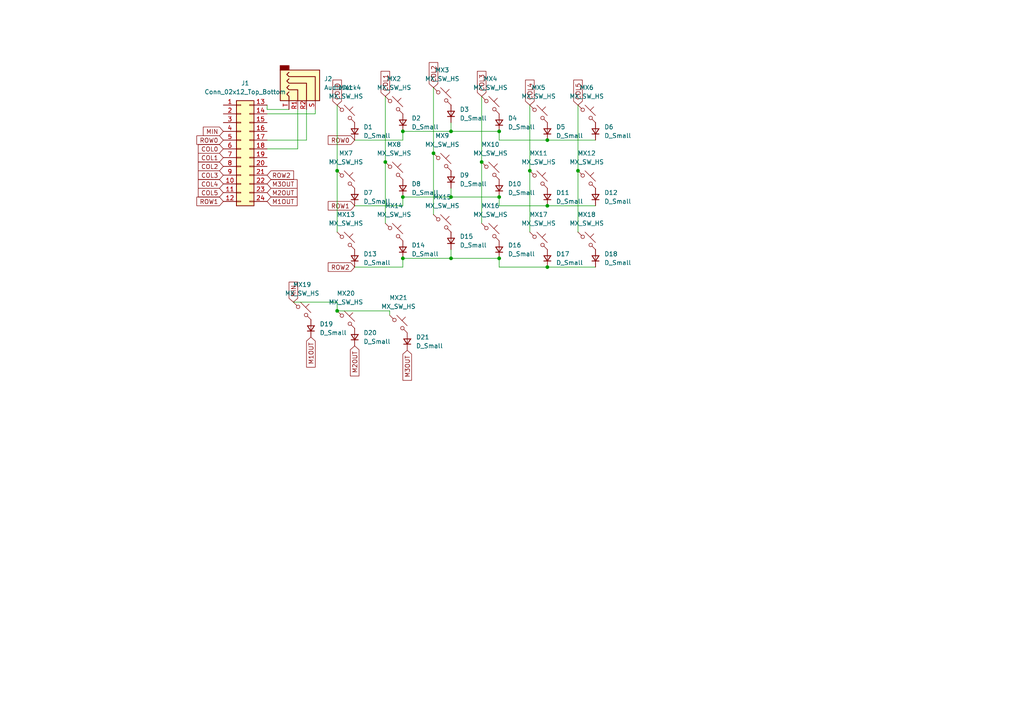
<source format=kicad_sch>
(kicad_sch (version 20231120) (generator "eeschema") (generator_version "8.0")
  (paper "A4")
  (lib_symbols
    (symbol "Connector_Audio:AudioJack4"
      (property "Reference" "J" (at 0 8.89 0))
      (property "Value" "AudioJack4" (at 0 6.35 0))
      (symbol "AudioJack4_0_1"
        (rectangle (start -6.35 -5.08) (end -7.62 -7.62) (stroke (width 0.254)) (fill (type outline)))
        (polyline (pts (xy 0 -5.08) (xy 0.635 -5.715) (xy 1.27 -5.08) (xy 2.54 -5.08)) (stroke (width 0.254)))
        (polyline (pts (xy -5.715 -5.08) (xy -5.08 -5.715) (xy -4.445 -5.08) (xy -4.445 2.54) (xy 2.54 2.54)) (stroke (width 0.254)))
        (polyline (pts (xy -1.905 -5.08) (xy -1.27 -5.715) (xy -0.635 -5.08) (xy -0.635 -2.54) (xy 2.54 -2.54)) (stroke (width 0.254)))
        (polyline (pts (xy 2.54 0) (xy -2.54 0) (xy -2.54 -5.08) (xy -3.175 -5.715) (xy -3.81 -5.08)) (stroke (width 0.254)))
        (rectangle (start 2.54 3.81) (end -6.35 -7.62) (stroke (width 0.254)) (fill (type background)))
      )
      (symbol "AudioJack4_1_1"
        (pin passive line (at 5.08 -2.54 180) (length 2.54) (name "~") (number "R1"))
        (pin passive line (at 5.08 0 180) (length 2.54) (name "~") (number "R2"))
        (pin passive line (at 5.08 2.54 180) (length 2.54) (name "~") (number "S"))
        (pin passive line (at 5.08 -5.08 180) (length 2.54) (name "~") (number "T"))
      )
    )
    (symbol "Connector_Generic:Conn_02x12_Top_Bottom" (pin_names (offset 1.016) hide)
      (property "Reference" "J" (at 1.27 15.24 0))
      (property "Value" "Conn_02x12_Top_Bottom" (at 1.27 -17.78 0))
      (symbol "Conn_02x12_Top_Bottom_1_1"
        (rectangle (start -1.27 -15.113) (end 0 -15.367) (stroke (width 0.1524)))
        (rectangle (start -1.27 -12.573) (end 0 -12.827) (stroke (width 0.1524)))
        (rectangle (start -1.27 -10.033) (end 0 -10.287) (stroke (width 0.1524)))
        (rectangle (start -1.27 -7.493) (end 0 -7.747) (stroke (width 0.1524)))
        (rectangle (start -1.27 -4.953) (end 0 -5.207) (stroke (width 0.1524)))
        (rectangle (start -1.27 -2.413) (end 0 -2.667) (stroke (width 0.1524)))
        (rectangle (start -1.27 0.127) (end 0 -0.127) (stroke (width 0.1524)))
        (rectangle (start -1.27 2.667) (end 0 2.413) (stroke (width 0.1524)))
        (rectangle (start -1.27 5.207) (end 0 4.953) (stroke (width 0.1524)))
        (rectangle (start -1.27 7.747) (end 0 7.493) (stroke (width 0.1524)))
        (rectangle (start -1.27 10.287) (end 0 10.033) (stroke (width 0.1524)))
        (rectangle (start -1.27 12.827) (end 0 12.573) (stroke (width 0.1524)))
        (rectangle (start -1.27 13.97) (end 3.81 -16.51) (stroke (width 0.254)) (fill (type background)))
        (rectangle (start 3.81 -15.113) (end 2.54 -15.367) (stroke (width 0.1524)))
        (rectangle (start 3.81 -12.573) (end 2.54 -12.827) (stroke (width 0.1524)))
        (rectangle (start 3.81 -10.033) (end 2.54 -10.287) (stroke (width 0.1524)))
        (rectangle (start 3.81 -7.493) (end 2.54 -7.747) (stroke (width 0.1524)))
        (rectangle (start 3.81 -4.953) (end 2.54 -5.207) (stroke (width 0.1524)))
        (rectangle (start 3.81 -2.413) (end 2.54 -2.667) (stroke (width 0.1524)))
        (rectangle (start 3.81 0.127) (end 2.54 -0.127) (stroke (width 0.1524)))
        (rectangle (start 3.81 2.667) (end 2.54 2.413) (stroke (width 0.1524)))
        (rectangle (start 3.81 5.207) (end 2.54 4.953) (stroke (width 0.1524)))
        (rectangle (start 3.81 7.747) (end 2.54 7.493) (stroke (width 0.1524)))
        (rectangle (start 3.81 10.287) (end 2.54 10.033) (stroke (width 0.1524)))
        (rectangle (start 3.81 12.827) (end 2.54 12.573) (stroke (width 0.1524)))
        (pin passive line (at -5.08 12.7 0) (length 3.81) (name "Pin_1") (number "1"))
        (pin passive line (at -5.08 -10.16 0) (length 3.81) (name "Pin_10") (number "10"))
        (pin passive line (at -5.08 -12.7 0) (length 3.81) (name "Pin_11") (number "11"))
        (pin passive line (at -5.08 -15.24 0) (length 3.81) (name "Pin_12") (number "12"))
        (pin passive line (at 7.62 12.7 180) (length 3.81) (name "Pin_13") (number "13"))
        (pin passive line (at 7.62 10.16 180) (length 3.81) (name "Pin_14") (number "14"))
        (pin passive line (at 7.62 7.62 180) (length 3.81) (name "Pin_15") (number "15"))
        (pin passive line (at 7.62 5.08 180) (length 3.81) (name "Pin_16") (number "16"))
        (pin passive line (at 7.62 2.54 180) (length 3.81) (name "Pin_17") (number "17"))
        (pin passive line (at 7.62 0 180) (length 3.81) (name "Pin_18") (number "18"))
        (pin passive line (at 7.62 -2.54 180) (length 3.81) (name "Pin_19") (number "19"))
        (pin passive line (at -5.08 10.16 0) (length 3.81) (name "Pin_2") (number "2"))
        (pin passive line (at 7.62 -5.08 180) (length 3.81) (name "Pin_20") (number "20"))
        (pin passive line (at 7.62 -7.62 180) (length 3.81) (name "Pin_21") (number "21"))
        (pin passive line (at 7.62 -10.16 180) (length 3.81) (name "Pin_22") (number "22"))
        (pin passive line (at 7.62 -12.7 180) (length 3.81) (name "Pin_23") (number "23"))
        (pin passive line (at 7.62 -15.24 180) (length 3.81) (name "Pin_24") (number "24"))
        (pin passive line (at -5.08 7.62 0) (length 3.81) (name "Pin_3") (number "3"))
        (pin passive line (at -5.08 5.08 0) (length 3.81) (name "Pin_4") (number "4"))
        (pin passive line (at -5.08 2.54 0) (length 3.81) (name "Pin_5") (number "5"))
        (pin passive line (at -5.08 0 0) (length 3.81) (name "Pin_6") (number "6"))
        (pin passive line (at -5.08 -2.54 0) (length 3.81) (name "Pin_7") (number "7"))
        (pin passive line (at -5.08 -5.08 0) (length 3.81) (name "Pin_8") (number "8"))
        (pin passive line (at -5.08 -7.62 0) (length 3.81) (name "Pin_9") (number "9"))
      )
    )
    (symbol "Device:D_Small" (pin_numbers hide) (pin_names (offset 0.254) hide)
      (property "Reference" "D" (at -1.27 2.032 0))
      (property "Value" "D_Small" (at -3.81 -2.032 0))
      (symbol "D_Small_0_1"
        (polyline (pts (xy -0.762 -1.016) (xy -0.762 1.016)) (stroke (width 0.254)))
        (polyline (pts (xy -0.762 0) (xy 0.762 0)))
        (polyline (pts (xy 0.762 -1.016) (xy -0.762 0) (xy 0.762 1.016) (xy 0.762 -1.016)) (stroke (width 0.254)))
      )
      (symbol "D_Small_1_1"
        (pin passive line (at -2.54 0 0) (length 1.778) (name "K") (number "1"))
        (pin passive line (at 2.54 0 180) (length 1.778) (name "A") (number "2"))
      )
    )
    (symbol "PCM_marbastlib-mx:MX_SW_HS_CPG151101S11" (pin_numbers hide) (pin_names (offset 1.016) hide)
      (property "Reference" "MX" (at 3.048 1.016 0))
      (property "Value" "MX_SW_HS" (at 0 -3.81 0))
      (symbol "MX_SW_HS_CPG151101S11_0_1"
        (circle (center -1.1684 1.1684) (radius 0.508))
        (polyline (pts (xy -0.508 2.54) (xy 2.54 -0.508)))
        (polyline (pts (xy 1.016 1.016) (xy 2.032 2.032)))
        (polyline (pts (xy -2.54 2.54) (xy -1.524 1.524) (xy -1.524 1.524)))
        (polyline (pts (xy 1.524 -1.524) (xy 2.54 -2.54) (xy 2.54 -2.54) (xy 2.54 -2.54)))
        (circle (center 1.143 -1.1938) (radius 0.508))
        (pin passive line (at -2.54 2.54 0) (length 0) (name "1") (number "1"))
        (pin passive line (at 2.54 -2.54 180) (length 0) (name "2") (number "2"))
      )
    )
  )
  (junction (at 158.75 40.64))
  (junction (at 111.76 46.99))
  (junction (at 153.67 49.53))
  (junction (at 97.79 49.53))
  (junction (at 144.78 57.15))
  (junction (at 116.84 38.1))
  (junction (at 97.79 90.17))
  (junction (at 144.78 38.1))
  (junction (at 116.84 57.15))
  (junction (at 116.84 74.93))
  (junction (at 130.81 57.15))
  (junction (at 139.7 46.99))
  (junction (at 158.75 77.47))
  (junction (at 167.64 49.53))
  (junction (at 125.73 44.45))
  (junction (at 130.81 74.93))
  (junction (at 130.81 38.1))
  (junction (at 158.75 59.69))
  (junction (at 144.78 74.93))
  (wire (pts (xy 97.79 30.48) (xy 97.79 49.53)))
  (wire (pts (xy 116.84 38.1) (xy 116.84 40.64)))
  (wire (pts (xy 158.75 77.47) (xy 144.78 77.47)))
  (wire (pts (xy 88.9 31.75) (xy 88.9 40.64)))
  (wire (pts (xy 77.47 31.75) (xy 77.47 30.48)))
  (wire (pts (xy 116.84 74.93) (xy 116.84 77.47)))
  (wire (pts (xy 130.81 57.15) (xy 130.81 54.61)))
  (wire (pts (xy 116.84 57.15) (xy 130.81 57.15)))
  (wire (pts (xy 167.64 30.48) (xy 167.64 49.53)))
  (wire (pts (xy 125.73 44.45) (xy 125.73 62.23)))
  (wire (pts (xy 130.81 72.39) (xy 130.81 74.93)))
  (wire (pts (xy 139.7 27.94) (xy 139.7 46.99)))
  (wire (pts (xy 144.78 38.1) (xy 130.81 38.1)))
  (wire (pts (xy 144.78 40.64) (xy 144.78 38.1)))
  (wire (pts (xy 111.76 27.94) (xy 111.76 46.99)))
  (wire (pts (xy 97.79 49.53) (xy 97.79 67.31)))
  (wire (pts (xy 85.09 87.63) (xy 97.79 87.63)))
  (wire (pts (xy 86.36 43.18) (xy 77.47 43.18)))
  (wire (pts (xy 125.73 25.4) (xy 125.73 44.45)))
  (wire (pts (xy 144.78 57.15) (xy 130.81 57.15)))
  (wire (pts (xy 158.75 77.47) (xy 172.72 77.47)))
  (wire (pts (xy 116.84 38.1) (xy 130.81 38.1)))
  (wire (pts (xy 139.7 46.99) (xy 139.7 64.77)))
  (wire (pts (xy 102.87 59.69) (xy 116.84 59.69)))
  (wire (pts (xy 116.84 57.15) (xy 116.84 59.69)))
  (wire (pts (xy 158.75 40.64) (xy 144.78 40.64)))
  (wire (pts (xy 158.75 40.64) (xy 172.72 40.64)))
  (wire (pts (xy 158.75 59.69) (xy 172.72 59.69)))
  (wire (pts (xy 158.75 59.69) (xy 144.78 59.69)))
  (wire (pts (xy 116.84 77.47) (xy 102.87 77.47)))
  (wire (pts (xy 130.81 74.93) (xy 144.78 74.93)))
  (wire (pts (xy 97.79 87.63) (xy 97.79 90.17)))
  (wire (pts (xy 91.44 31.75) (xy 91.44 33.02)))
  (wire (pts (xy 144.78 59.69) (xy 144.78 57.15)))
  (wire (pts (xy 86.36 31.75) (xy 86.36 43.18)))
  (wire (pts (xy 111.76 46.99) (xy 111.76 64.77)))
  (wire (pts (xy 153.67 49.53) (xy 153.67 67.31)))
  (wire (pts (xy 144.78 77.47) (xy 144.78 74.93)))
  (wire (pts (xy 97.79 90.17) (xy 113.03 90.17)))
  (wire (pts (xy 113.03 90.17) (xy 113.03 91.44)))
  (wire (pts (xy 91.44 33.02) (xy 77.47 33.02)))
  (wire (pts (xy 167.64 49.53) (xy 167.64 67.31)))
  (wire (pts (xy 116.84 40.64) (xy 102.87 40.64)))
  (wire (pts (xy 83.82 31.75) (xy 77.47 31.75)))
  (wire (pts (xy 130.81 74.93) (xy 116.84 74.93)))
  (wire (pts (xy 130.81 38.1) (xy 130.81 35.56)))
  (wire (pts (xy 153.67 30.48) (xy 153.67 49.53)))
  (wire (pts (xy 88.9 40.64) (xy 77.47 40.64)))
  (global_label "ROW0" (shape input) (at 102.87 40.64 180) (property "Intersheetrefs" "${INTERSHEET_REFS}" (effects (hide yes))))
  (global_label "ROW0" (shape input) (at 64.77 40.64 180) (property "Intersheetrefs" "${INTERSHEET_REFS}" (effects (hide yes))))
  (global_label "M1OUT" (shape input) (at 77.47 58.42 0) (property "Intersheetrefs" "${INTERSHEET_REFS}" (effects (hide yes))))
  (global_label "ROW1" (shape input) (at 102.87 59.69 180) (property "Intersheetrefs" "${INTERSHEET_REFS}" (effects (hide yes))))
  (global_label "M3OUT" (shape input) (at 118.11 101.6 270) (property "Intersheetrefs" "${INTERSHEET_REFS}" (effects (hide yes))))
  (global_label "COL4" (shape input) (at 153.67 30.48 90) (property "Intersheetrefs" "${INTERSHEET_REFS}" (effects (hide yes))))
  (global_label "M2OUT" (shape input) (at 102.87 100.33 270) (property "Intersheetrefs" "${INTERSHEET_REFS}" (effects (hide yes))))
  (global_label "COL2" (shape input) (at 64.77 48.26 180) (property "Intersheetrefs" "${INTERSHEET_REFS}" (effects (hide yes))))
  (global_label "ROW2" (shape input) (at 77.47 50.8 0) (property "Intersheetrefs" "${INTERSHEET_REFS}" (effects (hide yes))))
  (global_label "COL5" (shape input) (at 167.64 30.48 90) (property "Intersheetrefs" "${INTERSHEET_REFS}" (effects (hide yes))))
  (global_label "ROW2" (shape input) (at 102.87 77.47 180) (property "Intersheetrefs" "${INTERSHEET_REFS}" (effects (hide yes))))
  (global_label "MIN" (shape input) (at 64.77 38.1 180) (property "Intersheetrefs" "${INTERSHEET_REFS}" (effects (hide yes))))
  (global_label "ROW1" (shape input) (at 64.77 58.42 180) (property "Intersheetrefs" "${INTERSHEET_REFS}" (effects (hide yes))))
  (global_label "COL1" (shape input) (at 111.76 27.94 90) (property "Intersheetrefs" "${INTERSHEET_REFS}" (effects (hide yes))))
  (global_label "MIN" (shape input) (at 85.09 87.63 90) (property "Intersheetrefs" "${INTERSHEET_REFS}" (effects (hide yes))))
  (global_label "COL0" (shape input) (at 97.79 30.48 90) (property "Intersheetrefs" "${INTERSHEET_REFS}" (effects (hide yes))))
  (global_label "COL3" (shape input) (at 139.7 27.94 90) (property "Intersheetrefs" "${INTERSHEET_REFS}" (effects (hide yes))))
  (global_label "COL5" (shape input) (at 64.77 55.88 180) (property "Intersheetrefs" "${INTERSHEET_REFS}" (effects (hide yes))))
  (global_label "M1OUT" (shape input) (at 90.17 97.79 270) (property "Intersheetrefs" "${INTERSHEET_REFS}" (effects (hide yes))))
  (global_label "COL2" (shape input) (at 125.73 25.4 90) (property "Intersheetrefs" "${INTERSHEET_REFS}" (effects (hide yes))))
  (global_label "M2OUT" (shape input) (at 77.47 55.88 0) (property "Intersheetrefs" "${INTERSHEET_REFS}" (effects (hide yes))))
  (global_label "COL3" (shape input) (at 64.77 50.8 180) (property "Intersheetrefs" "${INTERSHEET_REFS}" (effects (hide yes))))
  (global_label "COL0" (shape input) (at 64.77 43.18 180) (property "Intersheetrefs" "${INTERSHEET_REFS}" (effects (hide yes))))
  (global_label "COL1" (shape input) (at 64.77 45.72 180) (property "Intersheetrefs" "${INTERSHEET_REFS}" (effects (hide yes))))
  (global_label "M3OUT" (shape input) (at 77.47 53.34 0) (property "Intersheetrefs" "${INTERSHEET_REFS}" (effects (hide yes))))
  (global_label "COL4" (shape input) (at 64.77 53.34 180) (property "Intersheetrefs" "${INTERSHEET_REFS}" (effects (hide yes))))
  (symbol (lib_id "Device:D_Small") (at 116.84 35.56 90) (unit 1)
    (property "Reference" "D2" (at 119.38 34.2899 90) (effects (justify right)))
    (property "Value" "D_Small" (at 119.38 36.8299 90) (effects (justify right)))
    (property "Footprint" "Diode_SMD:D_SOD-123" (effects (hide yes)))
    (property "Description" "Diode, small symbol" (effects (hide yes)))
    (property "Sim.Device" "D" (effects (hide yes)))
    (property "Sim.Pins" "1=K 2=A" (effects (hide yes)))
  )
  (symbol (lib_id "Device:D_Small") (at 158.75 74.93 90) (unit 1)
    (property "Reference" "D17" (at 161.29 73.6599 90) (effects (justify right)))
    (property "Value" "D_Small" (at 161.29 76.1999 90) (effects (justify right)))
    (property "Footprint" "Diode_SMD:D_SOD-123" (effects (hide yes)))
    (property "Description" "Diode, small symbol" (effects (hide yes)))
    (property "Sim.Device" "D" (effects (hide yes)))
    (property "Sim.Pins" "1=K 2=A" (effects (hide yes)))
  )
  (symbol (lib_id "PCM_marbastlib-mx:MX_SW_HS_CPG151101S11") (at 142.24 67.31 0) (unit 1)
    (property "Reference" "MX16" (at 142.24 59.69 0))
    (property "Value" "MX_SW_HS" (at 142.24 62.23 0))
    (property "Footprint" "PCM_marbastlib-mx:SW_MX_HS_CPG151101S11_1u" (effects (hide yes)))
    (property "Description" "Push button switch, normally open, two pins, 45° tilted, Kailh CPG151101S11 for Cherry MX style switches" (effects (hide yes)))
  )
  (symbol (lib_id "PCM_marbastlib-mx:MX_SW_HS_CPG151101S11") (at 114.3 49.53 0) (unit 1)
    (property "Reference" "MX8" (at 114.3 41.91 0))
    (property "Value" "MX_SW_HS" (at 114.3 44.45 0))
    (property "Footprint" "PCM_marbastlib-mx:SW_MX_HS_CPG151101S11_1u" (effects (hide yes)))
    (property "Description" "Push button switch, normally open, two pins, 45° tilted, Kailh CPG151101S11 for Cherry MX style switches" (effects (hide yes)))
  )
  (symbol (lib_id "Device:D_Small") (at 172.72 74.93 90) (unit 1)
    (property "Reference" "D18" (at 175.26 73.6599 90) (effects (justify right)))
    (property "Value" "D_Small" (at 175.26 76.1999 90) (effects (justify right)))
    (property "Footprint" "Diode_SMD:D_SOD-123" (effects (hide yes)))
    (property "Description" "Diode, small symbol" (effects (hide yes)))
    (property "Sim.Device" "D" (effects (hide yes)))
    (property "Sim.Pins" "1=K 2=A" (effects (hide yes)))
  )
  (symbol (lib_id "PCM_marbastlib-mx:MX_SW_HS_CPG151101S11") (at 128.27 46.99 0) (unit 1)
    (property "Reference" "MX9" (at 128.27 39.37 0))
    (property "Value" "MX_SW_HS" (at 128.27 41.91 0))
    (property "Footprint" "PCM_marbastlib-mx:SW_MX_HS_CPG151101S11_1u" (effects (hide yes)))
    (property "Description" "Push button switch, normally open, two pins, 45° tilted, Kailh CPG151101S11 for Cherry MX style switches" (effects (hide yes)))
  )
  (symbol (lib_id "PCM_marbastlib-mx:MX_SW_HS_CPG151101S11") (at 100.33 69.85 0) (unit 1)
    (property "Reference" "MX13" (at 100.33 62.23 0))
    (property "Value" "MX_SW_HS" (at 100.33 64.77 0))
    (property "Footprint" "PCM_marbastlib-mx:SW_MX_HS_CPG151101S11_1u" (effects (hide yes)))
    (property "Description" "Push button switch, normally open, two pins, 45° tilted, Kailh CPG151101S11 for Cherry MX style switches" (effects (hide yes)))
  )
  (symbol (lib_id "PCM_marbastlib-mx:MX_SW_HS_CPG151101S11") (at 128.27 64.77 0) (unit 1)
    (property "Reference" "MX15" (at 128.27 57.15 0))
    (property "Value" "MX_SW_HS" (at 128.27 59.69 0))
    (property "Footprint" "PCM_marbastlib-mx:SW_MX_HS_CPG151101S11_1u" (effects (hide yes)))
    (property "Description" "Push button switch, normally open, two pins, 45° tilted, Kailh CPG151101S11 for Cherry MX style switches" (effects (hide yes)))
  )
  (symbol (lib_id "PCM_marbastlib-mx:MX_SW_HS_CPG151101S11") (at 156.21 33.02 0) (unit 1)
    (property "Reference" "MX5" (at 156.21 25.4 0))
    (property "Value" "MX_SW_HS" (at 156.21 27.94 0))
    (property "Footprint" "PCM_marbastlib-mx:SW_MX_HS_CPG151101S11_1u" (effects (hide yes)))
    (property "Description" "Push button switch, normally open, two pins, 45° tilted, Kailh CPG151101S11 for Cherry MX style switches" (effects (hide yes)))
  )
  (symbol (lib_id "Device:D_Small") (at 130.81 33.02 90) (unit 1)
    (property "Reference" "D3" (at 133.35 31.7499 90) (effects (justify right)))
    (property "Value" "D_Small" (at 133.35 34.2899 90) (effects (justify right)))
    (property "Footprint" "Diode_SMD:D_SOD-123" (effects (hide yes)))
    (property "Description" "Diode, small symbol" (effects (hide yes)))
    (property "Sim.Device" "D" (effects (hide yes)))
    (property "Sim.Pins" "1=K 2=A" (effects (hide yes)))
  )
  (symbol (lib_id "PCM_marbastlib-mx:MX_SW_HS_CPG151101S11") (at 170.18 33.02 0) (unit 1)
    (property "Reference" "MX6" (at 170.18 25.4 0))
    (property "Value" "MX_SW_HS" (at 170.18 27.94 0))
    (property "Footprint" "PCM_marbastlib-mx:SW_MX_HS_CPG151101S11_1u" (effects (hide yes)))
    (property "Description" "Push button switch, normally open, two pins, 45° tilted, Kailh CPG151101S11 for Cherry MX style switches" (effects (hide yes)))
  )
  (symbol (lib_id "PCM_marbastlib-mx:MX_SW_HS_CPG151101S11") (at 100.33 92.71 0) (unit 1)
    (property "Reference" "MX20" (at 100.33 85.09 0))
    (property "Value" "MX_SW_HS" (at 100.33 87.63 0))
    (property "Footprint" "PCM_marbastlib-mx:SW_MX_HS_CPG151101S11_1u" (effects (hide yes)))
    (property "Description" "Push button switch, normally open, two pins, 45° tilted, Kailh CPG151101S11 for Cherry MX style switches" (effects (hide yes)))
  )
  (symbol (lib_id "Device:D_Small") (at 102.87 74.93 90) (unit 1)
    (property "Reference" "D13" (at 105.41 73.6599 90) (effects (justify right)))
    (property "Value" "D_Small" (at 105.41 76.1999 90) (effects (justify right)))
    (property "Footprint" "Diode_SMD:D_SOD-123" (effects (hide yes)))
    (property "Description" "Diode, small symbol" (effects (hide yes)))
    (property "Sim.Device" "D" (effects (hide yes)))
    (property "Sim.Pins" "1=K 2=A" (effects (hide yes)))
  )
  (symbol (lib_id "Device:D_Small") (at 144.78 72.39 90) (unit 1)
    (property "Reference" "D16" (at 147.32 71.1199 90) (effects (justify right)))
    (property "Value" "D_Small" (at 147.32 73.6599 90) (effects (justify right)))
    (property "Footprint" "Diode_SMD:D_SOD-123" (effects (hide yes)))
    (property "Description" "Diode, small symbol" (effects (hide yes)))
    (property "Sim.Device" "D" (effects (hide yes)))
    (property "Sim.Pins" "1=K 2=A" (effects (hide yes)))
  )
  (symbol (lib_id "PCM_marbastlib-mx:MX_SW_HS_CPG151101S11") (at 170.18 52.07 0) (unit 1)
    (property "Reference" "MX12" (at 170.18 44.45 0))
    (property "Value" "MX_SW_HS" (at 170.18 46.99 0))
    (property "Footprint" "PCM_marbastlib-mx:SW_MX_HS_CPG151101S11_1u" (effects (hide yes)))
    (property "Description" "Push button switch, normally open, two pins, 45° tilted, Kailh CPG151101S11 for Cherry MX style switches" (effects (hide yes)))
  )
  (symbol (lib_id "PCM_marbastlib-mx:MX_SW_HS_CPG151101S11") (at 114.3 67.31 0) (unit 1)
    (property "Reference" "MX14" (at 114.3 59.69 0))
    (property "Value" "MX_SW_HS" (at 114.3 62.23 0))
    (property "Footprint" "PCM_marbastlib-mx:SW_MX_HS_CPG151101S11_1u" (effects (hide yes)))
    (property "Description" "Push button switch, normally open, two pins, 45° tilted, Kailh CPG151101S11 for Cherry MX style switches" (effects (hide yes)))
  )
  (symbol (lib_id "Device:D_Small") (at 172.72 38.1 90) (unit 1)
    (property "Reference" "D6" (at 175.26 36.8299 90) (effects (justify right)))
    (property "Value" "D_Small" (at 175.26 39.3699 90) (effects (justify right)))
    (property "Footprint" "Diode_SMD:D_SOD-123" (effects (hide yes)))
    (property "Description" "Diode, small symbol" (effects (hide yes)))
    (property "Sim.Device" "D" (effects (hide yes)))
    (property "Sim.Pins" "1=K 2=A" (effects (hide yes)))
  )
  (symbol (lib_id "Device:D_Small") (at 102.87 38.1 90) (unit 1)
    (property "Reference" "D1" (at 105.41 36.8299 90) (effects (justify right)))
    (property "Value" "D_Small" (at 105.41 39.3699 90) (effects (justify right)))
    (property "Footprint" "Diode_SMD:D_SOD-123" (effects (hide yes)))
    (property "Description" "Diode, small symbol" (effects (hide yes)))
    (property "Sim.Device" "D" (effects (hide yes)))
    (property "Sim.Pins" "1=K 2=A" (effects (hide yes)))
  )
  (symbol (lib_id "Device:D_Small") (at 144.78 54.61 90) (unit 1)
    (property "Reference" "D10" (at 147.32 53.3399 90) (effects (justify right)))
    (property "Value" "D_Small" (at 147.32 55.8799 90) (effects (justify right)))
    (property "Footprint" "Diode_SMD:D_SOD-123" (effects (hide yes)))
    (property "Description" "Diode, small symbol" (effects (hide yes)))
    (property "Sim.Device" "D" (effects (hide yes)))
    (property "Sim.Pins" "1=K 2=A" (effects (hide yes)))
  )
  (symbol (lib_id "PCM_marbastlib-mx:MX_SW_HS_CPG151101S11") (at 128.27 27.94 0) (unit 1)
    (property "Reference" "MX3" (at 128.27 20.32 0))
    (property "Value" "MX_SW_HS" (at 128.27 22.86 0))
    (property "Footprint" "PCM_marbastlib-mx:SW_MX_HS_CPG151101S11_1u" (effects (hide yes)))
    (property "Description" "Push button switch, normally open, two pins, 45° tilted, Kailh CPG151101S11 for Cherry MX style switches" (effects (hide yes)))
  )
  (symbol (lib_id "Device:D_Small") (at 144.78 35.56 90) (unit 1)
    (property "Reference" "D4" (at 147.32 34.2899 90) (effects (justify right)))
    (property "Value" "D_Small" (at 147.32 36.8299 90) (effects (justify right)))
    (property "Footprint" "Diode_SMD:D_SOD-123" (effects (hide yes)))
    (property "Description" "Diode, small symbol" (effects (hide yes)))
    (property "Sim.Device" "D" (effects (hide yes)))
    (property "Sim.Pins" "1=K 2=A" (effects (hide yes)))
  )
  (symbol (lib_id "PCM_marbastlib-mx:MX_SW_HS_CPG151101S11") (at 156.21 69.85 0) (unit 1)
    (property "Reference" "MX17" (at 156.21 62.23 0))
    (property "Value" "MX_SW_HS" (at 156.21 64.77 0))
    (property "Footprint" "PCM_marbastlib-mx:SW_MX_HS_CPG151101S11_1u" (effects (hide yes)))
    (property "Description" "Push button switch, normally open, two pins, 45° tilted, Kailh CPG151101S11 for Cherry MX style switches" (effects (hide yes)))
  )
  (symbol (lib_id "Device:D_Small") (at 158.75 38.1 90) (unit 1)
    (property "Reference" "D5" (at 161.29 36.8299 90) (effects (justify right)))
    (property "Value" "D_Small" (at 161.29 39.3699 90) (effects (justify right)))
    (property "Footprint" "Diode_SMD:D_SOD-123" (effects (hide yes)))
    (property "Description" "Diode, small symbol" (effects (hide yes)))
    (property "Sim.Device" "D" (effects (hide yes)))
    (property "Sim.Pins" "1=K 2=A" (effects (hide yes)))
  )
  (symbol (lib_id "Device:D_Small") (at 118.11 99.06 90) (unit 1)
    (property "Reference" "D21" (at 120.65 97.7899 90) (effects (justify right)))
    (property "Value" "D_Small" (at 120.65 100.3299 90) (effects (justify right)))
    (property "Footprint" "Diode_SMD:D_SOD-123" (effects (hide yes)))
    (property "Description" "Diode, small symbol" (effects (hide yes)))
    (property "Sim.Device" "D" (effects (hide yes)))
    (property "Sim.Pins" "1=K 2=A" (effects (hide yes)))
  )
  (symbol (lib_id "Device:D_Small") (at 116.84 54.61 90) (unit 1)
    (property "Reference" "D8" (at 119.38 53.3399 90) (effects (justify right)))
    (property "Value" "D_Small" (at 119.38 55.8799 90) (effects (justify right)))
    (property "Footprint" "Diode_SMD:D_SOD-123" (effects (hide yes)))
    (property "Description" "Diode, small symbol" (effects (hide yes)))
    (property "Sim.Device" "D" (effects (hide yes)))
    (property "Sim.Pins" "1=K 2=A" (effects (hide yes)))
  )
  (symbol (lib_id "Device:D_Small") (at 102.87 57.15 90) (unit 1)
    (property "Reference" "D7" (at 105.41 55.8799 90) (effects (justify right)))
    (property "Value" "D_Small" (at 105.41 58.4199 90) (effects (justify right)))
    (property "Footprint" "Diode_SMD:D_SOD-123" (effects (hide yes)))
    (property "Description" "Diode, small symbol" (effects (hide yes)))
    (property "Sim.Device" "D" (effects (hide yes)))
    (property "Sim.Pins" "1=K 2=A" (effects (hide yes)))
  )
  (symbol (lib_id "PCM_marbastlib-mx:MX_SW_HS_CPG151101S11") (at 100.33 33.02 0) (unit 1)
    (property "Reference" "MX1" (at 100.33 25.4 0))
    (property "Value" "MX_SW_HS" (at 100.33 27.94 0))
    (property "Footprint" "PCM_marbastlib-mx:SW_MX_HS_CPG151101S11_1u" (effects (hide yes)))
    (property "Description" "Push button switch, normally open, two pins, 45° tilted, Kailh CPG151101S11 for Cherry MX style switches" (effects (hide yes)))
  )
  (symbol (lib_id "Device:D_Small") (at 158.75 57.15 90) (unit 1)
    (property "Reference" "D11" (at 161.29 55.8799 90) (effects (justify right)))
    (property "Value" "D_Small" (at 161.29 58.4199 90) (effects (justify right)))
    (property "Footprint" "Diode_SMD:D_SOD-123" (effects (hide yes)))
    (property "Description" "Diode, small symbol" (effects (hide yes)))
    (property "Sim.Device" "D" (effects (hide yes)))
    (property "Sim.Pins" "1=K 2=A" (effects (hide yes)))
  )
  (symbol (lib_id "Device:D_Small") (at 90.17 95.25 90) (unit 1)
    (property "Reference" "D19" (at 92.71 93.9799 90) (effects (justify right)))
    (property "Value" "D_Small" (at 92.71 96.5199 90) (effects (justify right)))
    (property "Footprint" "Diode_SMD:D_SOD-123" (effects (hide yes)))
    (property "Description" "Diode, small symbol" (effects (hide yes)))
    (property "Sim.Device" "D" (effects (hide yes)))
    (property "Sim.Pins" "1=K 2=A" (effects (hide yes)))
  )
  (symbol (lib_id "Device:D_Small") (at 172.72 57.15 90) (unit 1)
    (property "Reference" "D12" (at 175.26 55.8799 90) (effects (justify right)))
    (property "Value" "D_Small" (at 175.26 58.4199 90) (effects (justify right)))
    (property "Footprint" "Diode_SMD:D_SOD-123" (effects (hide yes)))
    (property "Description" "Diode, small symbol" (effects (hide yes)))
    (property "Sim.Device" "D" (effects (hide yes)))
    (property "Sim.Pins" "1=K 2=A" (effects (hide yes)))
  )
  (symbol (lib_id "Device:D_Small") (at 130.81 69.85 90) (unit 1)
    (property "Reference" "D15" (at 133.35 68.5799 90) (effects (justify right)))
    (property "Value" "D_Small" (at 133.35 71.1199 90) (effects (justify right)))
    (property "Footprint" "Diode_SMD:D_SOD-123" (effects (hide yes)))
    (property "Description" "Diode, small symbol" (effects (hide yes)))
    (property "Sim.Device" "D" (effects (hide yes)))
    (property "Sim.Pins" "1=K 2=A" (effects (hide yes)))
  )
  (symbol (lib_id "PCM_marbastlib-mx:MX_SW_HS_CPG151101S11") (at 170.18 69.85 0) (unit 1)
    (property "Reference" "MX18" (at 170.18 62.23 0))
    (property "Value" "MX_SW_HS" (at 170.18 64.77 0))
    (property "Footprint" "PCM_marbastlib-mx:SW_MX_HS_CPG151101S11_1u" (effects (hide yes)))
    (property "Description" "Push button switch, normally open, two pins, 45° tilted, Kailh CPG151101S11 for Cherry MX style switches" (effects (hide yes)))
  )
  (symbol (lib_id "Connector_Generic:Conn_02x12_Top_Bottom") (at 69.85 43.18 0) (unit 1)
    (property "Reference" "J1" (at 71.12 24.13 0))
    (property "Value" "Conn_02x12_Top_Bottom" (at 71.12 26.67 0))
    (property "Footprint" "PCM_marbastlib-xp-promicroish:ProMicro_USBup" (effects (hide yes)))
    (property "Description" "Generic connector, double row, 02x12, top/bottom pin numbering scheme (row 1: 1...pins_per_row, row2: pins_per_row+1 ... num_pins), script generated (kicad-library-utils/schlib/autogen/connector/)" (effects (hide yes)))
  )
  (symbol (lib_id "PCM_marbastlib-mx:MX_SW_HS_CPG151101S11") (at 100.33 52.07 0) (unit 1)
    (property "Reference" "MX7" (at 100.33 44.45 0))
    (property "Value" "MX_SW_HS" (at 100.33 46.99 0))
    (property "Footprint" "PCM_marbastlib-mx:SW_MX_HS_CPG151101S11_1u" (effects (hide yes)))
    (property "Description" "Push button switch, normally open, two pins, 45° tilted, Kailh CPG151101S11 for Cherry MX style switches" (effects (hide yes)))
  )
  (symbol (lib_id "Device:D_Small") (at 102.87 97.79 90) (unit 1)
    (property "Reference" "D20" (at 105.41 96.5199 90) (effects (justify right)))
    (property "Value" "D_Small" (at 105.41 99.0599 90) (effects (justify right)))
    (property "Footprint" "Diode_SMD:D_SOD-123" (effects (hide yes)))
    (property "Description" "Diode, small symbol" (effects (hide yes)))
    (property "Sim.Device" "D" (effects (hide yes)))
    (property "Sim.Pins" "1=K 2=A" (effects (hide yes)))
  )
  (symbol (lib_id "PCM_marbastlib-mx:MX_SW_HS_CPG151101S11") (at 156.21 52.07 0) (unit 1)
    (property "Reference" "MX11" (at 156.21 44.45 0))
    (property "Value" "MX_SW_HS" (at 156.21 46.99 0))
    (property "Footprint" "PCM_marbastlib-mx:SW_MX_HS_CPG151101S11_1u" (effects (hide yes)))
    (property "Description" "Push button switch, normally open, two pins, 45° tilted, Kailh CPG151101S11 for Cherry MX style switches" (effects (hide yes)))
  )
  (symbol (lib_id "PCM_marbastlib-mx:MX_SW_HS_CPG151101S11") (at 114.3 30.48 0) (unit 1)
    (property "Reference" "MX2" (at 114.3 22.86 0))
    (property "Value" "MX_SW_HS" (at 114.3 25.4 0))
    (property "Footprint" "PCM_marbastlib-mx:SW_MX_HS_CPG151101S11_1u" (effects (hide yes)))
    (property "Description" "Push button switch, normally open, two pins, 45° tilted, Kailh CPG151101S11 for Cherry MX style switches" (effects (hide yes)))
  )
  (symbol (lib_id "PCM_marbastlib-mx:MX_SW_HS_CPG151101S11") (at 87.63 90.17 0) (unit 1)
    (property "Reference" "MX19" (at 87.63 82.55 0))
    (property "Value" "MX_SW_HS" (at 87.63 85.09 0))
    (property "Footprint" "PCM_marbastlib-mx:SW_MX_HS_CPG151101S11_1u" (effects (hide yes)))
    (property "Description" "Push button switch, normally open, two pins, 45° tilted, Kailh CPG151101S11 for Cherry MX style switches" (effects (hide yes)))
  )
  (symbol (lib_id "Device:D_Small") (at 116.84 72.39 90) (unit 1)
    (property "Reference" "D14" (at 119.38 71.1199 90) (effects (justify right)))
    (property "Value" "D_Small" (at 119.38 73.6599 90) (effects (justify right)))
    (property "Footprint" "Diode_SMD:D_SOD-123" (effects (hide yes)))
    (property "Description" "Diode, small symbol" (effects (hide yes)))
    (property "Sim.Device" "D" (effects (hide yes)))
    (property "Sim.Pins" "1=K 2=A" (effects (hide yes)))
  )
  (symbol (lib_id "PCM_marbastlib-mx:MX_SW_HS_CPG151101S11") (at 115.57 93.98 0) (unit 1)
    (property "Reference" "MX21" (at 115.57 86.36 0))
    (property "Value" "MX_SW_HS" (at 115.57 88.9 0))
    (property "Footprint" "PCM_marbastlib-mx:SW_MX_HS_CPG151101S11_1u" (effects (hide yes)))
    (property "Description" "Push button switch, normally open, two pins, 45° tilted, Kailh CPG151101S11 for Cherry MX style switches" (effects (hide yes)))
  )
  (symbol (lib_id "Device:D_Small") (at 130.81 52.07 90) (unit 1)
    (property "Reference" "D9" (at 133.35 50.7999 90) (effects (justify right)))
    (property "Value" "D_Small" (at 133.35 53.3399 90) (effects (justify right)))
    (property "Footprint" "Diode_SMD:D_SOD-123" (effects (hide yes)))
    (property "Description" "Diode, small symbol" (effects (hide yes)))
    (property "Sim.Device" "D" (effects (hide yes)))
    (property "Sim.Pins" "1=K 2=A" (effects (hide yes)))
  )
  (symbol (lib_id "PCM_marbastlib-mx:MX_SW_HS_CPG151101S11") (at 142.24 30.48 0) (unit 1)
    (property "Reference" "MX4" (at 142.24 22.86 0))
    (property "Value" "MX_SW_HS" (at 142.24 25.4 0))
    (property "Footprint" "PCM_marbastlib-mx:SW_MX_HS_CPG151101S11_1u" (effects (hide yes)))
    (property "Description" "Push button switch, normally open, two pins, 45° tilted, Kailh CPG151101S11 for Cherry MX style switches" (effects (hide yes)))
  )
  (symbol (lib_id "PCM_marbastlib-mx:MX_SW_HS_CPG151101S11") (at 142.24 49.53 0) (unit 1)
    (property "Reference" "MX10" (at 142.24 41.91 0))
    (property "Value" "MX_SW_HS" (at 142.24 44.45 0))
    (property "Footprint" "PCM_marbastlib-mx:SW_MX_HS_CPG151101S11_1u" (effects (hide yes)))
    (property "Description" "Push button switch, normally open, two pins, 45° tilted, Kailh CPG151101S11 for Cherry MX style switches" (effects (hide yes)))
  )
  (symbol (lib_id "Connector_Audio:AudioJack4") (at 88.9 26.67 270) (unit 1)
    (property "Reference" "J2" (at 93.98 22.8599 90) (effects (justify left)))
    (property "Value" "AudioJack4" (at 93.98 25.3999 90) (effects (justify left)))
    (property "Footprint" "Connector_Audio:Jack_3.5mm_KoreanHropartsElec_PJ-320D-4A_Horizontal" (effects (hide yes)))
    (property "Description" "Audio Jack, 4 Poles (TRRS)" (effects (hide yes)))
  )
)
</source>
